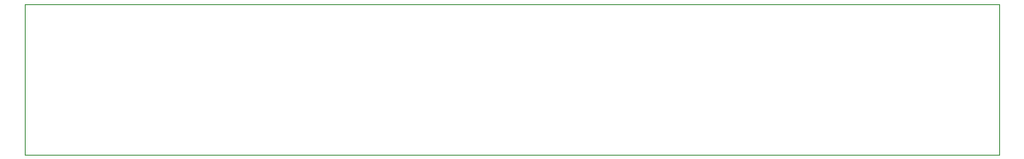
<source format=gm1>
%TF.GenerationSoftware,KiCad,Pcbnew,(6.0.9)*%
%TF.CreationDate,2022-11-25T10:27:36-05:00*%
%TF.ProjectId,strut_1,73747275-745f-4312-9e6b-696361645f70,rev?*%
%TF.SameCoordinates,Original*%
%TF.FileFunction,Profile,NP*%
%FSLAX46Y46*%
G04 Gerber Fmt 4.6, Leading zero omitted, Abs format (unit mm)*
G04 Created by KiCad (PCBNEW (6.0.9)) date 2022-11-25 10:27:36*
%MOMM*%
%LPD*%
G01*
G04 APERTURE LIST*
%TA.AperFunction,Profile*%
%ADD10C,0.100000*%
%TD*%
G04 APERTURE END LIST*
D10*
X90250000Y2000000D02*
X90250000Y7500000D01*
X-6250000Y2000000D02*
X-6250000Y-2000000D01*
X90250000Y-2000000D02*
X90250000Y-7500000D01*
X90250000Y7500000D02*
X-6250000Y7500000D01*
X-6250000Y-7500000D02*
X-6250000Y-2000000D01*
X90250000Y2000000D02*
X90250000Y-2000000D01*
X90250000Y-7500000D02*
X-6250000Y-7500000D01*
X-6250000Y7500000D02*
X-6250000Y2000000D01*
M02*

</source>
